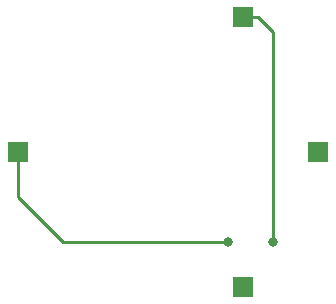
<source format=gbr>
%TF.GenerationSoftware,KiCad,Pcbnew,(5.1.10)-1*%
%TF.CreationDate,2022-02-14T22:32:15+08:00*%
%TF.ProjectId,single_switch_pcb,73696e67-6c65-45f7-9377-697463685f70,rev?*%
%TF.SameCoordinates,Original*%
%TF.FileFunction,Copper,L2,Bot*%
%TF.FilePolarity,Positive*%
%FSLAX46Y46*%
G04 Gerber Fmt 4.6, Leading zero omitted, Abs format (unit mm)*
G04 Created by KiCad (PCBNEW (5.1.10)-1) date 2022-02-14 22:32:15*
%MOMM*%
%LPD*%
G01*
G04 APERTURE LIST*
%TA.AperFunction,ComponentPad*%
%ADD10R,1.700000X1.700000*%
%TD*%
%TA.AperFunction,ViaPad*%
%ADD11C,0.800000*%
%TD*%
%TA.AperFunction,Conductor*%
%ADD12C,0.250000*%
%TD*%
G04 APERTURE END LIST*
D10*
%TO.P,J2,1*%
%TO.N,Net-(D1-Pad1)*%
X199390000Y-96520000D03*
%TD*%
%TO.P,J3,1*%
%TO.N,Net-(D1-Pad1)*%
X199390000Y-119380000D03*
%TD*%
%TO.P,J4,1*%
%TO.N,Net-(J1-Pad1)*%
X205740000Y-107950000D03*
%TD*%
%TO.P,J1,1*%
%TO.N,Net-(J1-Pad1)*%
X180340000Y-107950000D03*
%TD*%
D11*
%TO.N,Net-(D1-Pad1)*%
X201930000Y-115570000D03*
%TO.N,Net-(J1-Pad1)*%
X198120000Y-115570000D03*
%TD*%
D12*
%TO.N,Net-(D1-Pad1)*%
X201930000Y-115570000D02*
X201930000Y-97790000D01*
X200660000Y-96520000D02*
X199390000Y-96520000D01*
X201930000Y-97790000D02*
X200660000Y-96520000D01*
%TO.N,Net-(J1-Pad1)*%
X198120000Y-115570000D02*
X184150000Y-115570000D01*
X180340000Y-111760000D02*
X180340000Y-107950000D01*
X184150000Y-115570000D02*
X180340000Y-111760000D01*
%TD*%
M02*

</source>
